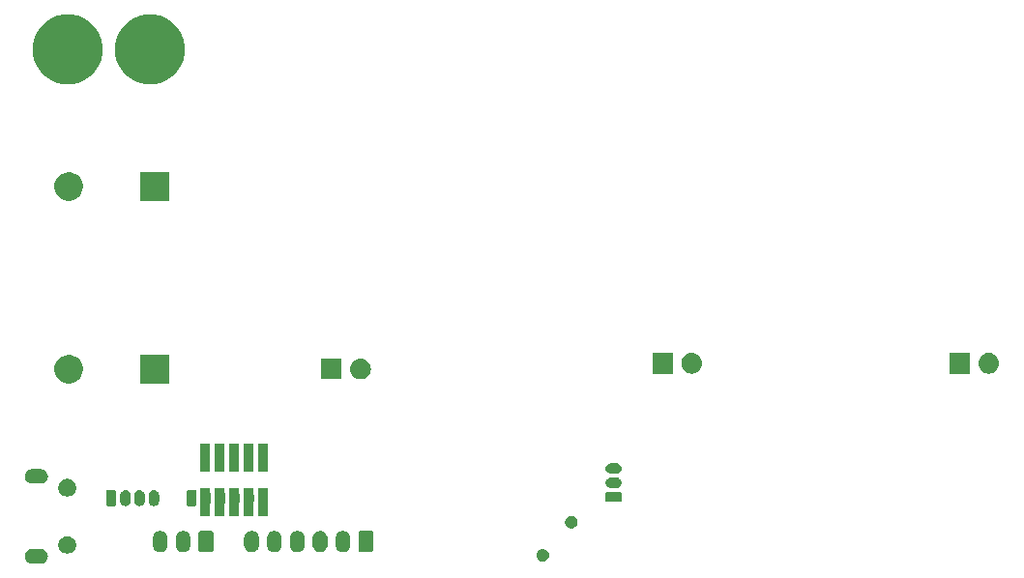
<source format=gbr>
G04 #@! TF.GenerationSoftware,KiCad,Pcbnew,(5.1.2)-2*
G04 #@! TF.CreationDate,2020-09-08T19:50:00+01:00*
G04 #@! TF.ProjectId,INV_Board,494e565f-426f-4617-9264-2e6b69636164,rev?*
G04 #@! TF.SameCoordinates,Original*
G04 #@! TF.FileFunction,Soldermask,Bot*
G04 #@! TF.FilePolarity,Negative*
%FSLAX46Y46*%
G04 Gerber Fmt 4.6, Leading zero omitted, Abs format (unit mm)*
G04 Created by KiCad (PCBNEW (5.1.2)-2) date 2020-09-08 19:50:00*
%MOMM*%
%LPD*%
G04 APERTURE LIST*
%ADD10C,0.100000*%
G04 APERTURE END LIST*
D10*
G36*
X42076355Y-75752140D02*
G01*
X42140118Y-75758420D01*
X42230904Y-75785960D01*
X42262836Y-75795646D01*
X42375925Y-75856094D01*
X42475054Y-75937446D01*
X42556406Y-76036575D01*
X42616854Y-76149664D01*
X42616855Y-76149668D01*
X42654080Y-76272382D01*
X42666649Y-76400000D01*
X42654080Y-76527618D01*
X42626540Y-76618404D01*
X42616854Y-76650336D01*
X42556406Y-76763425D01*
X42475054Y-76862554D01*
X42375925Y-76943906D01*
X42262836Y-77004354D01*
X42230904Y-77014040D01*
X42140118Y-77041580D01*
X42076355Y-77047860D01*
X42044474Y-77051000D01*
X41280526Y-77051000D01*
X41248645Y-77047860D01*
X41184882Y-77041580D01*
X41094096Y-77014040D01*
X41062164Y-77004354D01*
X40949075Y-76943906D01*
X40849946Y-76862554D01*
X40768594Y-76763425D01*
X40708146Y-76650336D01*
X40698460Y-76618404D01*
X40670920Y-76527618D01*
X40658351Y-76400000D01*
X40670920Y-76272382D01*
X40708145Y-76149668D01*
X40708146Y-76149664D01*
X40768594Y-76036575D01*
X40849946Y-75937446D01*
X40949075Y-75856094D01*
X41062164Y-75795646D01*
X41094096Y-75785960D01*
X41184882Y-75758420D01*
X41248645Y-75752140D01*
X41280526Y-75749000D01*
X42044474Y-75749000D01*
X42076355Y-75752140D01*
X42076355Y-75752140D01*
G37*
G36*
X86160721Y-75770174D02*
G01*
X86260995Y-75811709D01*
X86260996Y-75811710D01*
X86351242Y-75872010D01*
X86427990Y-75948758D01*
X86427991Y-75948760D01*
X86488291Y-76039005D01*
X86529826Y-76139279D01*
X86551000Y-76245730D01*
X86551000Y-76354270D01*
X86529826Y-76460721D01*
X86488291Y-76560995D01*
X86488290Y-76560996D01*
X86427990Y-76651242D01*
X86351242Y-76727990D01*
X86305812Y-76758345D01*
X86260995Y-76788291D01*
X86160721Y-76829826D01*
X86054270Y-76851000D01*
X85945730Y-76851000D01*
X85839279Y-76829826D01*
X85739005Y-76788291D01*
X85694188Y-76758345D01*
X85648758Y-76727990D01*
X85572010Y-76651242D01*
X85511710Y-76560996D01*
X85511709Y-76560995D01*
X85470174Y-76460721D01*
X85449000Y-76354270D01*
X85449000Y-76245730D01*
X85470174Y-76139279D01*
X85511709Y-76039005D01*
X85572009Y-75948760D01*
X85572010Y-75948758D01*
X85648758Y-75872010D01*
X85739004Y-75811710D01*
X85739005Y-75811709D01*
X85839279Y-75770174D01*
X85945730Y-75749000D01*
X86054270Y-75749000D01*
X86160721Y-75770174D01*
X86160721Y-75770174D01*
G37*
G36*
X44588848Y-74653820D02*
G01*
X44588850Y-74653821D01*
X44588851Y-74653821D01*
X44730074Y-74712317D01*
X44730077Y-74712319D01*
X44857169Y-74797239D01*
X44965261Y-74905331D01*
X45050181Y-75032423D01*
X45050183Y-75032426D01*
X45108679Y-75173649D01*
X45108680Y-75173652D01*
X45138500Y-75323569D01*
X45138500Y-75476431D01*
X45133292Y-75502616D01*
X45108679Y-75626351D01*
X45050183Y-75767574D01*
X45050181Y-75767577D01*
X44965261Y-75894669D01*
X44857169Y-76002761D01*
X44730077Y-76087681D01*
X44730074Y-76087683D01*
X44588851Y-76146179D01*
X44588850Y-76146179D01*
X44588848Y-76146180D01*
X44438931Y-76176000D01*
X44286069Y-76176000D01*
X44136152Y-76146180D01*
X44136150Y-76146179D01*
X44136149Y-76146179D01*
X43994926Y-76087683D01*
X43994923Y-76087681D01*
X43867831Y-76002761D01*
X43759739Y-75894669D01*
X43674819Y-75767577D01*
X43674817Y-75767574D01*
X43616321Y-75626351D01*
X43591709Y-75502616D01*
X43586500Y-75476431D01*
X43586500Y-75323569D01*
X43616320Y-75173652D01*
X43616321Y-75173649D01*
X43674817Y-75032426D01*
X43674819Y-75032423D01*
X43759739Y-74905331D01*
X43867831Y-74797239D01*
X43994923Y-74712319D01*
X43994926Y-74712317D01*
X44136149Y-74653821D01*
X44136150Y-74653821D01*
X44136152Y-74653820D01*
X44286069Y-74624000D01*
X44438931Y-74624000D01*
X44588848Y-74653820D01*
X44588848Y-74653820D01*
G37*
G36*
X62627618Y-74183420D02*
G01*
X62708400Y-74207925D01*
X62750336Y-74220646D01*
X62863425Y-74281094D01*
X62962554Y-74362446D01*
X63043906Y-74461575D01*
X63104354Y-74574664D01*
X63104355Y-74574668D01*
X63141580Y-74697382D01*
X63151000Y-74793027D01*
X63151000Y-75406973D01*
X63141580Y-75502618D01*
X63114040Y-75593404D01*
X63104354Y-75625336D01*
X63043906Y-75738425D01*
X62962554Y-75837553D01*
X62863424Y-75918906D01*
X62750335Y-75979354D01*
X62718403Y-75989040D01*
X62627617Y-76016580D01*
X62500000Y-76029149D01*
X62372382Y-76016580D01*
X62281596Y-75989040D01*
X62249664Y-75979354D01*
X62136575Y-75918906D01*
X62037447Y-75837554D01*
X61956094Y-75738424D01*
X61895646Y-75625335D01*
X61885960Y-75593403D01*
X61858420Y-75502617D01*
X61849000Y-75406972D01*
X61849000Y-74793027D01*
X61858420Y-74697382D01*
X61895645Y-74574668D01*
X61895645Y-74574667D01*
X61927957Y-74514217D01*
X61956095Y-74461574D01*
X61969493Y-74445249D01*
X62037447Y-74362446D01*
X62136576Y-74281094D01*
X62249665Y-74220646D01*
X62291601Y-74207925D01*
X62372383Y-74183420D01*
X62500000Y-74170851D01*
X62627618Y-74183420D01*
X62627618Y-74183420D01*
G37*
G36*
X64627618Y-74183420D02*
G01*
X64708400Y-74207925D01*
X64750336Y-74220646D01*
X64863425Y-74281094D01*
X64962554Y-74362446D01*
X65043906Y-74461575D01*
X65104354Y-74574664D01*
X65104355Y-74574668D01*
X65141580Y-74697382D01*
X65151000Y-74793027D01*
X65151000Y-75406973D01*
X65141580Y-75502618D01*
X65114040Y-75593404D01*
X65104354Y-75625336D01*
X65043906Y-75738425D01*
X64962554Y-75837553D01*
X64863424Y-75918906D01*
X64750335Y-75979354D01*
X64718403Y-75989040D01*
X64627617Y-76016580D01*
X64500000Y-76029149D01*
X64372382Y-76016580D01*
X64281596Y-75989040D01*
X64249664Y-75979354D01*
X64136575Y-75918906D01*
X64037447Y-75837554D01*
X63956094Y-75738424D01*
X63895646Y-75625335D01*
X63885960Y-75593403D01*
X63858420Y-75502617D01*
X63849000Y-75406972D01*
X63849000Y-74793027D01*
X63858420Y-74697382D01*
X63895645Y-74574668D01*
X63895645Y-74574667D01*
X63927957Y-74514217D01*
X63956095Y-74461574D01*
X63969493Y-74445249D01*
X64037447Y-74362446D01*
X64136576Y-74281094D01*
X64249665Y-74220646D01*
X64291601Y-74207925D01*
X64372383Y-74183420D01*
X64500000Y-74170851D01*
X64627618Y-74183420D01*
X64627618Y-74183420D01*
G37*
G36*
X66627618Y-74183420D02*
G01*
X66708400Y-74207925D01*
X66750336Y-74220646D01*
X66863425Y-74281094D01*
X66962554Y-74362446D01*
X67043906Y-74461575D01*
X67104354Y-74574664D01*
X67104355Y-74574668D01*
X67141580Y-74697382D01*
X67151000Y-74793027D01*
X67151000Y-75406973D01*
X67141580Y-75502618D01*
X67114040Y-75593404D01*
X67104354Y-75625336D01*
X67043906Y-75738425D01*
X66962554Y-75837553D01*
X66863424Y-75918906D01*
X66750335Y-75979354D01*
X66718403Y-75989040D01*
X66627617Y-76016580D01*
X66500000Y-76029149D01*
X66372382Y-76016580D01*
X66281596Y-75989040D01*
X66249664Y-75979354D01*
X66136575Y-75918906D01*
X66037447Y-75837554D01*
X65956094Y-75738424D01*
X65895646Y-75625335D01*
X65885960Y-75593403D01*
X65858420Y-75502617D01*
X65849000Y-75406972D01*
X65849000Y-74793027D01*
X65858420Y-74697382D01*
X65895645Y-74574668D01*
X65895645Y-74574667D01*
X65927957Y-74514217D01*
X65956095Y-74461574D01*
X65969493Y-74445249D01*
X66037447Y-74362446D01*
X66136576Y-74281094D01*
X66249665Y-74220646D01*
X66291601Y-74207925D01*
X66372383Y-74183420D01*
X66500000Y-74170851D01*
X66627618Y-74183420D01*
X66627618Y-74183420D01*
G37*
G36*
X68627618Y-74183420D02*
G01*
X68708400Y-74207925D01*
X68750336Y-74220646D01*
X68863425Y-74281094D01*
X68962554Y-74362446D01*
X69043906Y-74461575D01*
X69104354Y-74574664D01*
X69104355Y-74574668D01*
X69141580Y-74697382D01*
X69151000Y-74793027D01*
X69151000Y-75406973D01*
X69141580Y-75502618D01*
X69114040Y-75593404D01*
X69104354Y-75625336D01*
X69043906Y-75738425D01*
X68962554Y-75837553D01*
X68863424Y-75918906D01*
X68750335Y-75979354D01*
X68718403Y-75989040D01*
X68627617Y-76016580D01*
X68500000Y-76029149D01*
X68372382Y-76016580D01*
X68281596Y-75989040D01*
X68249664Y-75979354D01*
X68136575Y-75918906D01*
X68037447Y-75837554D01*
X67956094Y-75738424D01*
X67895646Y-75625335D01*
X67885960Y-75593403D01*
X67858420Y-75502617D01*
X67849000Y-75406972D01*
X67849000Y-74793027D01*
X67858420Y-74697382D01*
X67895645Y-74574668D01*
X67895645Y-74574667D01*
X67927957Y-74514217D01*
X67956095Y-74461574D01*
X67969493Y-74445249D01*
X68037447Y-74362446D01*
X68136576Y-74281094D01*
X68249665Y-74220646D01*
X68291601Y-74207925D01*
X68372383Y-74183420D01*
X68500000Y-74170851D01*
X68627618Y-74183420D01*
X68627618Y-74183420D01*
G37*
G36*
X54627618Y-74183420D02*
G01*
X54708400Y-74207925D01*
X54750336Y-74220646D01*
X54863425Y-74281094D01*
X54962554Y-74362446D01*
X55043906Y-74461575D01*
X55104354Y-74574664D01*
X55104355Y-74574668D01*
X55141580Y-74697382D01*
X55151000Y-74793027D01*
X55151000Y-75406973D01*
X55141580Y-75502618D01*
X55114040Y-75593404D01*
X55104354Y-75625336D01*
X55043906Y-75738425D01*
X54962554Y-75837553D01*
X54863424Y-75918906D01*
X54750335Y-75979354D01*
X54718403Y-75989040D01*
X54627617Y-76016580D01*
X54500000Y-76029149D01*
X54372382Y-76016580D01*
X54281596Y-75989040D01*
X54249664Y-75979354D01*
X54136575Y-75918906D01*
X54037447Y-75837554D01*
X53956094Y-75738424D01*
X53895646Y-75625335D01*
X53885960Y-75593403D01*
X53858420Y-75502617D01*
X53849000Y-75406972D01*
X53849000Y-74793027D01*
X53858420Y-74697382D01*
X53895645Y-74574668D01*
X53895645Y-74574667D01*
X53927957Y-74514217D01*
X53956095Y-74461574D01*
X53969493Y-74445249D01*
X54037447Y-74362446D01*
X54136576Y-74281094D01*
X54249665Y-74220646D01*
X54291601Y-74207925D01*
X54372383Y-74183420D01*
X54500000Y-74170851D01*
X54627618Y-74183420D01*
X54627618Y-74183420D01*
G37*
G36*
X60627618Y-74183420D02*
G01*
X60708400Y-74207925D01*
X60750336Y-74220646D01*
X60863425Y-74281094D01*
X60962554Y-74362446D01*
X61043906Y-74461575D01*
X61104354Y-74574664D01*
X61104355Y-74574668D01*
X61141580Y-74697382D01*
X61151000Y-74793027D01*
X61151000Y-75406973D01*
X61141580Y-75502618D01*
X61114040Y-75593404D01*
X61104354Y-75625336D01*
X61043906Y-75738425D01*
X60962554Y-75837553D01*
X60863424Y-75918906D01*
X60750335Y-75979354D01*
X60718403Y-75989040D01*
X60627617Y-76016580D01*
X60500000Y-76029149D01*
X60372382Y-76016580D01*
X60281596Y-75989040D01*
X60249664Y-75979354D01*
X60136575Y-75918906D01*
X60037447Y-75837554D01*
X59956094Y-75738424D01*
X59895646Y-75625335D01*
X59885960Y-75593403D01*
X59858420Y-75502617D01*
X59849000Y-75406972D01*
X59849000Y-74793027D01*
X59858420Y-74697382D01*
X59895645Y-74574668D01*
X59895645Y-74574667D01*
X59927957Y-74514217D01*
X59956095Y-74461574D01*
X59969493Y-74445249D01*
X60037447Y-74362446D01*
X60136576Y-74281094D01*
X60249665Y-74220646D01*
X60291601Y-74207925D01*
X60372383Y-74183420D01*
X60500000Y-74170851D01*
X60627618Y-74183420D01*
X60627618Y-74183420D01*
G37*
G36*
X52627618Y-74183420D02*
G01*
X52708400Y-74207925D01*
X52750336Y-74220646D01*
X52863425Y-74281094D01*
X52962554Y-74362446D01*
X53043906Y-74461575D01*
X53104354Y-74574664D01*
X53104355Y-74574668D01*
X53141580Y-74697382D01*
X53151000Y-74793027D01*
X53151000Y-75406973D01*
X53141580Y-75502618D01*
X53114040Y-75593404D01*
X53104354Y-75625336D01*
X53043906Y-75738425D01*
X52962554Y-75837553D01*
X52863424Y-75918906D01*
X52750335Y-75979354D01*
X52718403Y-75989040D01*
X52627617Y-76016580D01*
X52500000Y-76029149D01*
X52372382Y-76016580D01*
X52281596Y-75989040D01*
X52249664Y-75979354D01*
X52136575Y-75918906D01*
X52037447Y-75837554D01*
X51956094Y-75738424D01*
X51895646Y-75625335D01*
X51885960Y-75593403D01*
X51858420Y-75502617D01*
X51849000Y-75406972D01*
X51849000Y-74793027D01*
X51858420Y-74697382D01*
X51895645Y-74574668D01*
X51895645Y-74574667D01*
X51927957Y-74514217D01*
X51956095Y-74461574D01*
X51969493Y-74445249D01*
X52037447Y-74362446D01*
X52136576Y-74281094D01*
X52249665Y-74220646D01*
X52291601Y-74207925D01*
X52372383Y-74183420D01*
X52500000Y-74170851D01*
X52627618Y-74183420D01*
X52627618Y-74183420D01*
G37*
G36*
X56991242Y-74178404D02*
G01*
X57028337Y-74189657D01*
X57062515Y-74207925D01*
X57092481Y-74232519D01*
X57117075Y-74262485D01*
X57135343Y-74296663D01*
X57146596Y-74333758D01*
X57151000Y-74378474D01*
X57151000Y-75821526D01*
X57146596Y-75866242D01*
X57135343Y-75903337D01*
X57117075Y-75937515D01*
X57092481Y-75967481D01*
X57062515Y-75992075D01*
X57028337Y-76010343D01*
X56991242Y-76021596D01*
X56946526Y-76026000D01*
X56053474Y-76026000D01*
X56008758Y-76021596D01*
X55971663Y-76010343D01*
X55937485Y-75992075D01*
X55907519Y-75967481D01*
X55882925Y-75937515D01*
X55864657Y-75903337D01*
X55853404Y-75866242D01*
X55849000Y-75821526D01*
X55849000Y-74378474D01*
X55853404Y-74333758D01*
X55864657Y-74296663D01*
X55882925Y-74262485D01*
X55907519Y-74232519D01*
X55937485Y-74207925D01*
X55971663Y-74189657D01*
X56008758Y-74178404D01*
X56053474Y-74174000D01*
X56946526Y-74174000D01*
X56991242Y-74178404D01*
X56991242Y-74178404D01*
G37*
G36*
X70991242Y-74178404D02*
G01*
X71028337Y-74189657D01*
X71062515Y-74207925D01*
X71092481Y-74232519D01*
X71117075Y-74262485D01*
X71135343Y-74296663D01*
X71146596Y-74333758D01*
X71151000Y-74378474D01*
X71151000Y-75821526D01*
X71146596Y-75866242D01*
X71135343Y-75903337D01*
X71117075Y-75937515D01*
X71092481Y-75967481D01*
X71062515Y-75992075D01*
X71028337Y-76010343D01*
X70991242Y-76021596D01*
X70946526Y-76026000D01*
X70053474Y-76026000D01*
X70008758Y-76021596D01*
X69971663Y-76010343D01*
X69937485Y-75992075D01*
X69907519Y-75967481D01*
X69882925Y-75937515D01*
X69864657Y-75903337D01*
X69853404Y-75866242D01*
X69849000Y-75821526D01*
X69849000Y-74378474D01*
X69853404Y-74333758D01*
X69864657Y-74296663D01*
X69882925Y-74262485D01*
X69907519Y-74232519D01*
X69937485Y-74207925D01*
X69971663Y-74189657D01*
X70008758Y-74178404D01*
X70053474Y-74174000D01*
X70946526Y-74174000D01*
X70991242Y-74178404D01*
X70991242Y-74178404D01*
G37*
G36*
X88660721Y-72870174D02*
G01*
X88760995Y-72911709D01*
X88760996Y-72911710D01*
X88851242Y-72972010D01*
X88927990Y-73048758D01*
X88927991Y-73048760D01*
X88988291Y-73139005D01*
X89029826Y-73239279D01*
X89051000Y-73345730D01*
X89051000Y-73454270D01*
X89029826Y-73560721D01*
X88988291Y-73660995D01*
X88988290Y-73660996D01*
X88927990Y-73751242D01*
X88851242Y-73827990D01*
X88805812Y-73858345D01*
X88760995Y-73888291D01*
X88660721Y-73929826D01*
X88554270Y-73951000D01*
X88445730Y-73951000D01*
X88339279Y-73929826D01*
X88239005Y-73888291D01*
X88194188Y-73858345D01*
X88148758Y-73827990D01*
X88072010Y-73751242D01*
X88011710Y-73660996D01*
X88011709Y-73660995D01*
X87970174Y-73560721D01*
X87949000Y-73454270D01*
X87949000Y-73345730D01*
X87970174Y-73239279D01*
X88011709Y-73139005D01*
X88072009Y-73048760D01*
X88072010Y-73048758D01*
X88148758Y-72972010D01*
X88239004Y-72911710D01*
X88239005Y-72911709D01*
X88339279Y-72870174D01*
X88445730Y-72849000D01*
X88554270Y-72849000D01*
X88660721Y-72870174D01*
X88660721Y-72870174D01*
G37*
G36*
X56881000Y-70774759D02*
G01*
X56883402Y-70799145D01*
X56890515Y-70822594D01*
X56895760Y-70833684D01*
X56918686Y-70876574D01*
X56944475Y-70961590D01*
X56951000Y-71027842D01*
X56951000Y-71572158D01*
X56944475Y-71638410D01*
X56918686Y-71723426D01*
X56895760Y-71766316D01*
X56886383Y-71788955D01*
X56881602Y-71812988D01*
X56881000Y-71825240D01*
X56881000Y-72901000D01*
X56039000Y-72901000D01*
X56039000Y-70399000D01*
X56881000Y-70399000D01*
X56881000Y-70774759D01*
X56881000Y-70774759D01*
G37*
G36*
X58151000Y-70812176D02*
G01*
X58153402Y-70836562D01*
X58160515Y-70860011D01*
X58165761Y-70871102D01*
X58168685Y-70876573D01*
X58168686Y-70876575D01*
X58174175Y-70894671D01*
X58194475Y-70961590D01*
X58201000Y-71027842D01*
X58201000Y-71572158D01*
X58194475Y-71638410D01*
X58185375Y-71668408D01*
X58168687Y-71723423D01*
X58168685Y-71723427D01*
X58165761Y-71728898D01*
X58156383Y-71751537D01*
X58151602Y-71775570D01*
X58151000Y-71787824D01*
X58151000Y-72901000D01*
X57309000Y-72901000D01*
X57309000Y-71668408D01*
X57306598Y-71644022D01*
X57305741Y-71640600D01*
X57299000Y-71572158D01*
X57299000Y-71027843D01*
X57306170Y-70955047D01*
X57308398Y-70943845D01*
X57309000Y-70931593D01*
X57309000Y-70399000D01*
X58151000Y-70399000D01*
X58151000Y-70812176D01*
X58151000Y-70812176D01*
G37*
G36*
X59421000Y-70865660D02*
G01*
X59426382Y-70901945D01*
X59444475Y-70961590D01*
X59451000Y-71027842D01*
X59451000Y-71572158D01*
X59444475Y-71638410D01*
X59426382Y-71698055D01*
X59421000Y-71734340D01*
X59421000Y-72901000D01*
X58579000Y-72901000D01*
X58579000Y-71734340D01*
X58573618Y-71698055D01*
X58555525Y-71638410D01*
X58549000Y-71572158D01*
X58549000Y-71027843D01*
X58555525Y-70961591D01*
X58573618Y-70901946D01*
X58579000Y-70865661D01*
X58579000Y-70399000D01*
X59421000Y-70399000D01*
X59421000Y-70865660D01*
X59421000Y-70865660D01*
G37*
G36*
X60691000Y-70931592D02*
G01*
X60693402Y-70955978D01*
X60694259Y-70959400D01*
X60701000Y-71027842D01*
X60701000Y-71572158D01*
X60693830Y-71644954D01*
X60691602Y-71656156D01*
X60691000Y-71668408D01*
X60691000Y-72901000D01*
X59849000Y-72901000D01*
X59849000Y-71787824D01*
X59846598Y-71763438D01*
X59839485Y-71739989D01*
X59834239Y-71728898D01*
X59831315Y-71723427D01*
X59805525Y-71638410D01*
X59799000Y-71572158D01*
X59799000Y-71027843D01*
X59805525Y-70961591D01*
X59825826Y-70894669D01*
X59831314Y-70876576D01*
X59834239Y-70871103D01*
X59843617Y-70848464D01*
X59848398Y-70824431D01*
X59849000Y-70812177D01*
X59849000Y-70399000D01*
X60691000Y-70399000D01*
X60691000Y-70931592D01*
X60691000Y-70931592D01*
G37*
G36*
X61961000Y-72901000D02*
G01*
X61119000Y-72901000D01*
X61119000Y-71825240D01*
X61116598Y-71800854D01*
X61109485Y-71777405D01*
X61104239Y-71766314D01*
X61081315Y-71723427D01*
X61055525Y-71638410D01*
X61049000Y-71572158D01*
X61049000Y-71027843D01*
X61055525Y-70961591D01*
X61081314Y-70876575D01*
X61104240Y-70833685D01*
X61113617Y-70811046D01*
X61118398Y-70787013D01*
X61119000Y-70774760D01*
X61119000Y-70399000D01*
X61961000Y-70399000D01*
X61961000Y-72901000D01*
X61961000Y-72901000D01*
G37*
G36*
X49538409Y-70605525D02*
G01*
X49623425Y-70631314D01*
X49701774Y-70673193D01*
X49770449Y-70729552D01*
X49826807Y-70798225D01*
X49868686Y-70876574D01*
X49894475Y-70961590D01*
X49901000Y-71027842D01*
X49901000Y-71572158D01*
X49894475Y-71638410D01*
X49868686Y-71723426D01*
X49826807Y-71801775D01*
X49770449Y-71870449D01*
X49701775Y-71926807D01*
X49623426Y-71968686D01*
X49538410Y-71994475D01*
X49450000Y-72003182D01*
X49361591Y-71994475D01*
X49276575Y-71968686D01*
X49198226Y-71926807D01*
X49129552Y-71870449D01*
X49073195Y-71801776D01*
X49031313Y-71723423D01*
X49005525Y-71638410D01*
X48999000Y-71572158D01*
X48999000Y-71027843D01*
X49005525Y-70961591D01*
X49031314Y-70876575D01*
X49073193Y-70798226D01*
X49129552Y-70729551D01*
X49198225Y-70673193D01*
X49276574Y-70631314D01*
X49361590Y-70605525D01*
X49450000Y-70596818D01*
X49538409Y-70605525D01*
X49538409Y-70605525D01*
G37*
G36*
X50788409Y-70605525D02*
G01*
X50873425Y-70631314D01*
X50951774Y-70673193D01*
X51020449Y-70729552D01*
X51076807Y-70798225D01*
X51118686Y-70876574D01*
X51144475Y-70961590D01*
X51151000Y-71027842D01*
X51151000Y-71572158D01*
X51144475Y-71638410D01*
X51118686Y-71723426D01*
X51076807Y-71801775D01*
X51020449Y-71870449D01*
X50951775Y-71926807D01*
X50873426Y-71968686D01*
X50788410Y-71994475D01*
X50700000Y-72003182D01*
X50611591Y-71994475D01*
X50526575Y-71968686D01*
X50448226Y-71926807D01*
X50379552Y-71870449D01*
X50323195Y-71801776D01*
X50281313Y-71723423D01*
X50255525Y-71638410D01*
X50249000Y-71572158D01*
X50249000Y-71027843D01*
X50255525Y-70961591D01*
X50281314Y-70876575D01*
X50323193Y-70798226D01*
X50379552Y-70729551D01*
X50448225Y-70673193D01*
X50526574Y-70631314D01*
X50611590Y-70605525D01*
X50700000Y-70596818D01*
X50788409Y-70605525D01*
X50788409Y-70605525D01*
G37*
G36*
X52038409Y-70605525D02*
G01*
X52123425Y-70631314D01*
X52201774Y-70673193D01*
X52270449Y-70729552D01*
X52326807Y-70798225D01*
X52368686Y-70876574D01*
X52394475Y-70961590D01*
X52401000Y-71027842D01*
X52401000Y-71572158D01*
X52394475Y-71638410D01*
X52368686Y-71723426D01*
X52326807Y-71801775D01*
X52270449Y-71870449D01*
X52201775Y-71926807D01*
X52123426Y-71968686D01*
X52038410Y-71994475D01*
X51950000Y-72003182D01*
X51861591Y-71994475D01*
X51776575Y-71968686D01*
X51698226Y-71926807D01*
X51629552Y-71870449D01*
X51573195Y-71801776D01*
X51531313Y-71723423D01*
X51505525Y-71638410D01*
X51499000Y-71572158D01*
X51499000Y-71027843D01*
X51505525Y-70961591D01*
X51531314Y-70876575D01*
X51573193Y-70798226D01*
X51629552Y-70729551D01*
X51698225Y-70673193D01*
X51776574Y-70631314D01*
X51861590Y-70605525D01*
X51950000Y-70596818D01*
X52038409Y-70605525D01*
X52038409Y-70605525D01*
G37*
G36*
X55569683Y-70602725D02*
G01*
X55600143Y-70611966D01*
X55628223Y-70626974D01*
X55652831Y-70647169D01*
X55673026Y-70671777D01*
X55688034Y-70699857D01*
X55697275Y-70730317D01*
X55701000Y-70768140D01*
X55701000Y-71831860D01*
X55697275Y-71869683D01*
X55688034Y-71900143D01*
X55673026Y-71928223D01*
X55652831Y-71952831D01*
X55628223Y-71973026D01*
X55600143Y-71988034D01*
X55569683Y-71997275D01*
X55531860Y-72001000D01*
X54968140Y-72001000D01*
X54930317Y-71997275D01*
X54899857Y-71988034D01*
X54871777Y-71973026D01*
X54847169Y-71952831D01*
X54826974Y-71928223D01*
X54811966Y-71900143D01*
X54802725Y-71869683D01*
X54799000Y-71831860D01*
X54799000Y-70768140D01*
X54802725Y-70730317D01*
X54811966Y-70699857D01*
X54826974Y-70671777D01*
X54847169Y-70647169D01*
X54871777Y-70626974D01*
X54899857Y-70611966D01*
X54930317Y-70602725D01*
X54968140Y-70599000D01*
X55531860Y-70599000D01*
X55569683Y-70602725D01*
X55569683Y-70602725D01*
G37*
G36*
X48519683Y-70602725D02*
G01*
X48550143Y-70611966D01*
X48578223Y-70626974D01*
X48602831Y-70647169D01*
X48623026Y-70671777D01*
X48638034Y-70699857D01*
X48647275Y-70730317D01*
X48651000Y-70768140D01*
X48651000Y-71831860D01*
X48647275Y-71869683D01*
X48638034Y-71900143D01*
X48623026Y-71928223D01*
X48602831Y-71952831D01*
X48578223Y-71973026D01*
X48550143Y-71988034D01*
X48519683Y-71997275D01*
X48481860Y-72001000D01*
X47918140Y-72001000D01*
X47880317Y-71997275D01*
X47849857Y-71988034D01*
X47821777Y-71973026D01*
X47797169Y-71952831D01*
X47776974Y-71928223D01*
X47761966Y-71900143D01*
X47752725Y-71869683D01*
X47749000Y-71831860D01*
X47749000Y-70768140D01*
X47752725Y-70730317D01*
X47761966Y-70699857D01*
X47776974Y-70671777D01*
X47797169Y-70647169D01*
X47821777Y-70626974D01*
X47849857Y-70611966D01*
X47880317Y-70602725D01*
X47918140Y-70599000D01*
X48481860Y-70599000D01*
X48519683Y-70602725D01*
X48519683Y-70602725D01*
G37*
G36*
X92769683Y-70752725D02*
G01*
X92800143Y-70761966D01*
X92828223Y-70776974D01*
X92852831Y-70797169D01*
X92873026Y-70821777D01*
X92888034Y-70849857D01*
X92897275Y-70880317D01*
X92901000Y-70918140D01*
X92901000Y-71481860D01*
X92897275Y-71519683D01*
X92888034Y-71550143D01*
X92873026Y-71578223D01*
X92852831Y-71602831D01*
X92828223Y-71623026D01*
X92800143Y-71638034D01*
X92769683Y-71647275D01*
X92731860Y-71651000D01*
X91668140Y-71651000D01*
X91630317Y-71647275D01*
X91599857Y-71638034D01*
X91571777Y-71623026D01*
X91547169Y-71602831D01*
X91526974Y-71578223D01*
X91511966Y-71550143D01*
X91502725Y-71519683D01*
X91499000Y-71481860D01*
X91499000Y-70918140D01*
X91502725Y-70880317D01*
X91511966Y-70849857D01*
X91526974Y-70821777D01*
X91547169Y-70797169D01*
X91571777Y-70776974D01*
X91599857Y-70761966D01*
X91630317Y-70752725D01*
X91668140Y-70749000D01*
X92731860Y-70749000D01*
X92769683Y-70752725D01*
X92769683Y-70752725D01*
G37*
G36*
X44588848Y-69653820D02*
G01*
X44588850Y-69653821D01*
X44588851Y-69653821D01*
X44730074Y-69712317D01*
X44730077Y-69712319D01*
X44857169Y-69797239D01*
X44965261Y-69905331D01*
X45050181Y-70032423D01*
X45050183Y-70032426D01*
X45087876Y-70123426D01*
X45108680Y-70173652D01*
X45138500Y-70323569D01*
X45138500Y-70476431D01*
X45110706Y-70616165D01*
X45108679Y-70626351D01*
X45050183Y-70767574D01*
X45050181Y-70767577D01*
X44965261Y-70894669D01*
X44857169Y-71002761D01*
X44730077Y-71087681D01*
X44730074Y-71087683D01*
X44588851Y-71146179D01*
X44588850Y-71146179D01*
X44588848Y-71146180D01*
X44438931Y-71176000D01*
X44286069Y-71176000D01*
X44136152Y-71146180D01*
X44136150Y-71146179D01*
X44136149Y-71146179D01*
X43994926Y-71087683D01*
X43994923Y-71087681D01*
X43867831Y-71002761D01*
X43759739Y-70894669D01*
X43674819Y-70767577D01*
X43674817Y-70767574D01*
X43616321Y-70626351D01*
X43614295Y-70616165D01*
X43586500Y-70476431D01*
X43586500Y-70323569D01*
X43616320Y-70173652D01*
X43637124Y-70123426D01*
X43674817Y-70032426D01*
X43674819Y-70032423D01*
X43759739Y-69905331D01*
X43867831Y-69797239D01*
X43994923Y-69712319D01*
X43994926Y-69712317D01*
X44136149Y-69653821D01*
X44136150Y-69653821D01*
X44136152Y-69653820D01*
X44286069Y-69624000D01*
X44438931Y-69624000D01*
X44588848Y-69653820D01*
X44588848Y-69653820D01*
G37*
G36*
X92538410Y-69505525D02*
G01*
X92623426Y-69531314D01*
X92701775Y-69573193D01*
X92770449Y-69629551D01*
X92826807Y-69698225D01*
X92868686Y-69776574D01*
X92894475Y-69861590D01*
X92903182Y-69950000D01*
X92894475Y-70038410D01*
X92868686Y-70123426D01*
X92826807Y-70201775D01*
X92770449Y-70270449D01*
X92701775Y-70326807D01*
X92623426Y-70368686D01*
X92538410Y-70394475D01*
X92472158Y-70401000D01*
X91927842Y-70401000D01*
X91861590Y-70394475D01*
X91776574Y-70368686D01*
X91698225Y-70326807D01*
X91629551Y-70270449D01*
X91573193Y-70201775D01*
X91531314Y-70123426D01*
X91505525Y-70038410D01*
X91496818Y-69950000D01*
X91505525Y-69861590D01*
X91531314Y-69776574D01*
X91573193Y-69698225D01*
X91629551Y-69629551D01*
X91698225Y-69573193D01*
X91776574Y-69531314D01*
X91861590Y-69505525D01*
X91927842Y-69499000D01*
X92472158Y-69499000D01*
X92538410Y-69505525D01*
X92538410Y-69505525D01*
G37*
G36*
X42076355Y-68752140D02*
G01*
X42140118Y-68758420D01*
X42230904Y-68785960D01*
X42262836Y-68795646D01*
X42375925Y-68856094D01*
X42475054Y-68937446D01*
X42556406Y-69036575D01*
X42616854Y-69149664D01*
X42616855Y-69149668D01*
X42654080Y-69272382D01*
X42666649Y-69400000D01*
X42654080Y-69527618D01*
X42640255Y-69573193D01*
X42616854Y-69650336D01*
X42556406Y-69763425D01*
X42475054Y-69862554D01*
X42375925Y-69943906D01*
X42262836Y-70004354D01*
X42230904Y-70014040D01*
X42140118Y-70041580D01*
X42076355Y-70047860D01*
X42044474Y-70051000D01*
X41280526Y-70051000D01*
X41248645Y-70047860D01*
X41184882Y-70041580D01*
X41094096Y-70014040D01*
X41062164Y-70004354D01*
X40949075Y-69943906D01*
X40849946Y-69862554D01*
X40768594Y-69763425D01*
X40708146Y-69650336D01*
X40684745Y-69573193D01*
X40670920Y-69527618D01*
X40658351Y-69400000D01*
X40670920Y-69272382D01*
X40708145Y-69149668D01*
X40708146Y-69149664D01*
X40768594Y-69036575D01*
X40849946Y-68937446D01*
X40949075Y-68856094D01*
X41062164Y-68795646D01*
X41094096Y-68785960D01*
X41184882Y-68758420D01*
X41248645Y-68752140D01*
X41280526Y-68749000D01*
X42044474Y-68749000D01*
X42076355Y-68752140D01*
X42076355Y-68752140D01*
G37*
G36*
X92538410Y-68255525D02*
G01*
X92623426Y-68281314D01*
X92701775Y-68323193D01*
X92770449Y-68379551D01*
X92826807Y-68448225D01*
X92868686Y-68526574D01*
X92894475Y-68611590D01*
X92903182Y-68700000D01*
X92894475Y-68788410D01*
X92868686Y-68873426D01*
X92826807Y-68951775D01*
X92770449Y-69020449D01*
X92701775Y-69076807D01*
X92623426Y-69118686D01*
X92538410Y-69144475D01*
X92472158Y-69151000D01*
X91927842Y-69151000D01*
X91861590Y-69144475D01*
X91776574Y-69118686D01*
X91698225Y-69076807D01*
X91629551Y-69020449D01*
X91573193Y-68951775D01*
X91531314Y-68873426D01*
X91505525Y-68788410D01*
X91496818Y-68700000D01*
X91505525Y-68611590D01*
X91531314Y-68526574D01*
X91573193Y-68448225D01*
X91629551Y-68379551D01*
X91698225Y-68323193D01*
X91776574Y-68281314D01*
X91861590Y-68255525D01*
X91927842Y-68249000D01*
X92472158Y-68249000D01*
X92538410Y-68255525D01*
X92538410Y-68255525D01*
G37*
G36*
X56881000Y-69001000D02*
G01*
X56039000Y-69001000D01*
X56039000Y-66499000D01*
X56881000Y-66499000D01*
X56881000Y-69001000D01*
X56881000Y-69001000D01*
G37*
G36*
X58151000Y-69001000D02*
G01*
X57309000Y-69001000D01*
X57309000Y-66499000D01*
X58151000Y-66499000D01*
X58151000Y-69001000D01*
X58151000Y-69001000D01*
G37*
G36*
X59421000Y-69001000D02*
G01*
X58579000Y-69001000D01*
X58579000Y-66499000D01*
X59421000Y-66499000D01*
X59421000Y-69001000D01*
X59421000Y-69001000D01*
G37*
G36*
X61961000Y-69001000D02*
G01*
X61119000Y-69001000D01*
X61119000Y-66499000D01*
X61961000Y-66499000D01*
X61961000Y-69001000D01*
X61961000Y-69001000D01*
G37*
G36*
X60691000Y-69001000D02*
G01*
X59849000Y-69001000D01*
X59849000Y-66499000D01*
X60691000Y-66499000D01*
X60691000Y-69001000D01*
X60691000Y-69001000D01*
G37*
G36*
X53251000Y-61251000D02*
G01*
X50749000Y-61251000D01*
X50749000Y-58749000D01*
X53251000Y-58749000D01*
X53251000Y-61251000D01*
X53251000Y-61251000D01*
G37*
G36*
X44864903Y-58797075D02*
G01*
X45092571Y-58891378D01*
X45297466Y-59028285D01*
X45471715Y-59202534D01*
X45608622Y-59407429D01*
X45702925Y-59635097D01*
X45751000Y-59876787D01*
X45751000Y-60123213D01*
X45702925Y-60364903D01*
X45608622Y-60592571D01*
X45471715Y-60797466D01*
X45297466Y-60971715D01*
X45092571Y-61108622D01*
X45092570Y-61108623D01*
X45092569Y-61108623D01*
X44864903Y-61202925D01*
X44623214Y-61251000D01*
X44376786Y-61251000D01*
X44135097Y-61202925D01*
X43907431Y-61108623D01*
X43907430Y-61108623D01*
X43907429Y-61108622D01*
X43702534Y-60971715D01*
X43528285Y-60797466D01*
X43391378Y-60592571D01*
X43297075Y-60364903D01*
X43249000Y-60123213D01*
X43249000Y-59876787D01*
X43297075Y-59635097D01*
X43391378Y-59407429D01*
X43528285Y-59202534D01*
X43702534Y-59028285D01*
X43907429Y-58891378D01*
X44135097Y-58797075D01*
X44376786Y-58749000D01*
X44623214Y-58749000D01*
X44864903Y-58797075D01*
X44864903Y-58797075D01*
G37*
G36*
X70150443Y-59105519D02*
G01*
X70216627Y-59112037D01*
X70386466Y-59163557D01*
X70542991Y-59247222D01*
X70578729Y-59276552D01*
X70680186Y-59359814D01*
X70763448Y-59461271D01*
X70792778Y-59497009D01*
X70876443Y-59653534D01*
X70927963Y-59823373D01*
X70945359Y-60000000D01*
X70927963Y-60176627D01*
X70876443Y-60346466D01*
X70792778Y-60502991D01*
X70763448Y-60538729D01*
X70680186Y-60640186D01*
X70578729Y-60723448D01*
X70542991Y-60752778D01*
X70386466Y-60836443D01*
X70216627Y-60887963D01*
X70150442Y-60894482D01*
X70084260Y-60901000D01*
X69995740Y-60901000D01*
X69929558Y-60894482D01*
X69863373Y-60887963D01*
X69693534Y-60836443D01*
X69537009Y-60752778D01*
X69501271Y-60723448D01*
X69399814Y-60640186D01*
X69316552Y-60538729D01*
X69287222Y-60502991D01*
X69203557Y-60346466D01*
X69152037Y-60176627D01*
X69134641Y-60000000D01*
X69152037Y-59823373D01*
X69203557Y-59653534D01*
X69287222Y-59497009D01*
X69316552Y-59461271D01*
X69399814Y-59359814D01*
X69501271Y-59276552D01*
X69537009Y-59247222D01*
X69693534Y-59163557D01*
X69863373Y-59112037D01*
X69929557Y-59105519D01*
X69995740Y-59099000D01*
X70084260Y-59099000D01*
X70150443Y-59105519D01*
X70150443Y-59105519D01*
G37*
G36*
X68401000Y-60901000D02*
G01*
X66599000Y-60901000D01*
X66599000Y-59099000D01*
X68401000Y-59099000D01*
X68401000Y-60901000D01*
X68401000Y-60901000D01*
G37*
G36*
X123401000Y-60401000D02*
G01*
X121599000Y-60401000D01*
X121599000Y-58599000D01*
X123401000Y-58599000D01*
X123401000Y-60401000D01*
X123401000Y-60401000D01*
G37*
G36*
X125150442Y-58605518D02*
G01*
X125216627Y-58612037D01*
X125386466Y-58663557D01*
X125542991Y-58747222D01*
X125545157Y-58749000D01*
X125680186Y-58859814D01*
X125763448Y-58961271D01*
X125792778Y-58997009D01*
X125876443Y-59153534D01*
X125927963Y-59323373D01*
X125945359Y-59500000D01*
X125927963Y-59676627D01*
X125876443Y-59846466D01*
X125876442Y-59846468D01*
X125860236Y-59876787D01*
X125792778Y-60002991D01*
X125763448Y-60038729D01*
X125680186Y-60140186D01*
X125578729Y-60223448D01*
X125542991Y-60252778D01*
X125386466Y-60336443D01*
X125216627Y-60387963D01*
X125150443Y-60394481D01*
X125084260Y-60401000D01*
X124995740Y-60401000D01*
X124929557Y-60394481D01*
X124863373Y-60387963D01*
X124693534Y-60336443D01*
X124537009Y-60252778D01*
X124501271Y-60223448D01*
X124399814Y-60140186D01*
X124316552Y-60038729D01*
X124287222Y-60002991D01*
X124219764Y-59876787D01*
X124203558Y-59846468D01*
X124203557Y-59846466D01*
X124152037Y-59676627D01*
X124134641Y-59500000D01*
X124152037Y-59323373D01*
X124203557Y-59153534D01*
X124287222Y-58997009D01*
X124316552Y-58961271D01*
X124399814Y-58859814D01*
X124534843Y-58749000D01*
X124537009Y-58747222D01*
X124693534Y-58663557D01*
X124863373Y-58612037D01*
X124929558Y-58605518D01*
X124995740Y-58599000D01*
X125084260Y-58599000D01*
X125150442Y-58605518D01*
X125150442Y-58605518D01*
G37*
G36*
X97401000Y-60401000D02*
G01*
X95599000Y-60401000D01*
X95599000Y-58599000D01*
X97401000Y-58599000D01*
X97401000Y-60401000D01*
X97401000Y-60401000D01*
G37*
G36*
X99150442Y-58605518D02*
G01*
X99216627Y-58612037D01*
X99386466Y-58663557D01*
X99542991Y-58747222D01*
X99545157Y-58749000D01*
X99680186Y-58859814D01*
X99763448Y-58961271D01*
X99792778Y-58997009D01*
X99876443Y-59153534D01*
X99927963Y-59323373D01*
X99945359Y-59500000D01*
X99927963Y-59676627D01*
X99876443Y-59846466D01*
X99876442Y-59846468D01*
X99860236Y-59876787D01*
X99792778Y-60002991D01*
X99763448Y-60038729D01*
X99680186Y-60140186D01*
X99578729Y-60223448D01*
X99542991Y-60252778D01*
X99386466Y-60336443D01*
X99216627Y-60387963D01*
X99150443Y-60394481D01*
X99084260Y-60401000D01*
X98995740Y-60401000D01*
X98929557Y-60394481D01*
X98863373Y-60387963D01*
X98693534Y-60336443D01*
X98537009Y-60252778D01*
X98501271Y-60223448D01*
X98399814Y-60140186D01*
X98316552Y-60038729D01*
X98287222Y-60002991D01*
X98219764Y-59876787D01*
X98203558Y-59846468D01*
X98203557Y-59846466D01*
X98152037Y-59676627D01*
X98134641Y-59500000D01*
X98152037Y-59323373D01*
X98203557Y-59153534D01*
X98287222Y-58997009D01*
X98316552Y-58961271D01*
X98399814Y-58859814D01*
X98534843Y-58749000D01*
X98537009Y-58747222D01*
X98693534Y-58663557D01*
X98863373Y-58612037D01*
X98929558Y-58605518D01*
X98995740Y-58599000D01*
X99084260Y-58599000D01*
X99150442Y-58605518D01*
X99150442Y-58605518D01*
G37*
G36*
X44864903Y-42797075D02*
G01*
X45092571Y-42891378D01*
X45297466Y-43028285D01*
X45471715Y-43202534D01*
X45608622Y-43407429D01*
X45702925Y-43635097D01*
X45751000Y-43876787D01*
X45751000Y-44123213D01*
X45702925Y-44364903D01*
X45608622Y-44592571D01*
X45471715Y-44797466D01*
X45297466Y-44971715D01*
X45092571Y-45108622D01*
X45092570Y-45108623D01*
X45092569Y-45108623D01*
X44864903Y-45202925D01*
X44623214Y-45251000D01*
X44376786Y-45251000D01*
X44135097Y-45202925D01*
X43907431Y-45108623D01*
X43907430Y-45108623D01*
X43907429Y-45108622D01*
X43702534Y-44971715D01*
X43528285Y-44797466D01*
X43391378Y-44592571D01*
X43297075Y-44364903D01*
X43249000Y-44123213D01*
X43249000Y-43876787D01*
X43297075Y-43635097D01*
X43391378Y-43407429D01*
X43528285Y-43202534D01*
X43702534Y-43028285D01*
X43907429Y-42891378D01*
X44135097Y-42797075D01*
X44376786Y-42749000D01*
X44623214Y-42749000D01*
X44864903Y-42797075D01*
X44864903Y-42797075D01*
G37*
G36*
X53251000Y-45251000D02*
G01*
X50749000Y-45251000D01*
X50749000Y-42749000D01*
X53251000Y-42749000D01*
X53251000Y-45251000D01*
X53251000Y-45251000D01*
G37*
G36*
X52489943Y-29066248D02*
G01*
X53045189Y-29296238D01*
X53045190Y-29296239D01*
X53544899Y-29630134D01*
X53969866Y-30055101D01*
X53969867Y-30055103D01*
X54303762Y-30554811D01*
X54533752Y-31110057D01*
X54651000Y-31699501D01*
X54651000Y-32300499D01*
X54533752Y-32889943D01*
X54303762Y-33445189D01*
X54303761Y-33445190D01*
X53969866Y-33944899D01*
X53544899Y-34369866D01*
X53293347Y-34537948D01*
X53045189Y-34703762D01*
X52489943Y-34933752D01*
X51900499Y-35051000D01*
X51299501Y-35051000D01*
X50710057Y-34933752D01*
X50154811Y-34703762D01*
X49906653Y-34537948D01*
X49655101Y-34369866D01*
X49230134Y-33944899D01*
X48896239Y-33445190D01*
X48896238Y-33445189D01*
X48666248Y-32889943D01*
X48549000Y-32300499D01*
X48549000Y-31699501D01*
X48666248Y-31110057D01*
X48896238Y-30554811D01*
X49230133Y-30055103D01*
X49230134Y-30055101D01*
X49655101Y-29630134D01*
X50154810Y-29296239D01*
X50154811Y-29296238D01*
X50710057Y-29066248D01*
X51299501Y-28949000D01*
X51900499Y-28949000D01*
X52489943Y-29066248D01*
X52489943Y-29066248D01*
G37*
G36*
X45289943Y-29066248D02*
G01*
X45845189Y-29296238D01*
X45845190Y-29296239D01*
X46344899Y-29630134D01*
X46769866Y-30055101D01*
X46769867Y-30055103D01*
X47103762Y-30554811D01*
X47333752Y-31110057D01*
X47451000Y-31699501D01*
X47451000Y-32300499D01*
X47333752Y-32889943D01*
X47103762Y-33445189D01*
X47103761Y-33445190D01*
X46769866Y-33944899D01*
X46344899Y-34369866D01*
X46093347Y-34537948D01*
X45845189Y-34703762D01*
X45289943Y-34933752D01*
X44700499Y-35051000D01*
X44099501Y-35051000D01*
X43510057Y-34933752D01*
X42954811Y-34703762D01*
X42706653Y-34537948D01*
X42455101Y-34369866D01*
X42030134Y-33944899D01*
X41696239Y-33445190D01*
X41696238Y-33445189D01*
X41466248Y-32889943D01*
X41349000Y-32300499D01*
X41349000Y-31699501D01*
X41466248Y-31110057D01*
X41696238Y-30554811D01*
X42030133Y-30055103D01*
X42030134Y-30055101D01*
X42455101Y-29630134D01*
X42954810Y-29296239D01*
X42954811Y-29296238D01*
X43510057Y-29066248D01*
X44099501Y-28949000D01*
X44700499Y-28949000D01*
X45289943Y-29066248D01*
X45289943Y-29066248D01*
G37*
M02*

</source>
